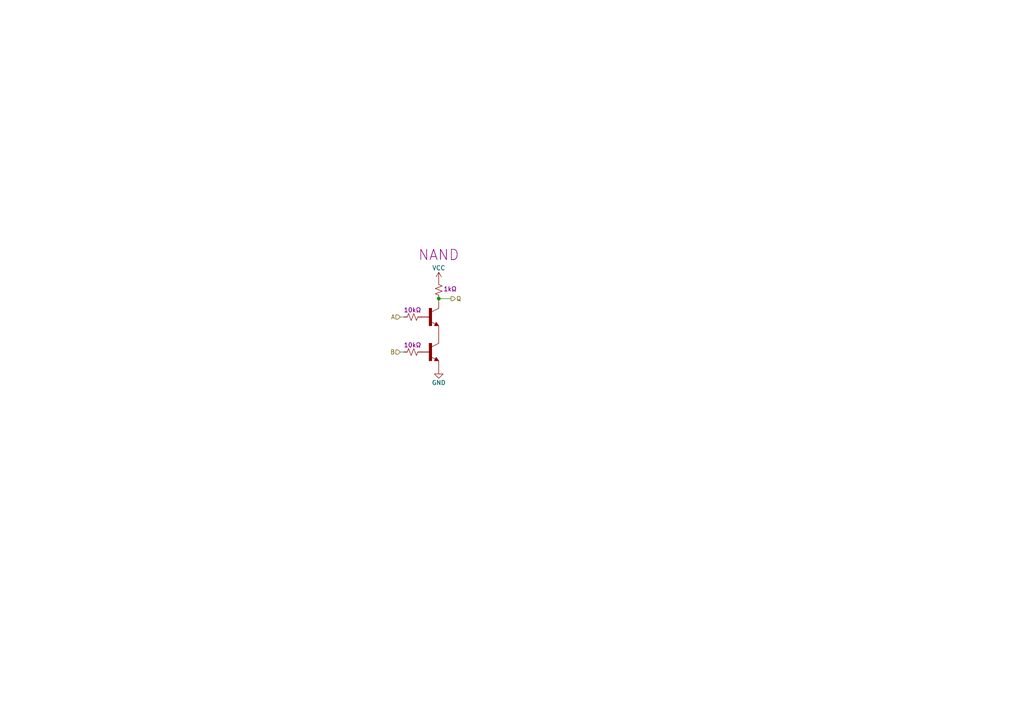
<source format=kicad_sch>
(kicad_sch (version 20211123) (generator eeschema)
  (paper "A4")
  (lib_symbols
    (symbol "Device:R_Small_US" (pin_numbers hide) (pin_names (offset 0.254) hide)
      (property "Reference" "R" (at 0.762 0.508 0))
      (property "Value" "R_Small_US" (at 0.762 -1.016 0))
      (symbol "R_Small_US_1_1"
        (polyline (pts (xy 0 0) (xy 1.016 -0.381) (xy 0 -0.762) (xy -1.016 -1.143) (xy 0 -1.524)))
        (polyline (pts (xy 0 1.524) (xy 1.016 1.143) (xy 0 0.762) (xy -1.016 0.381) (xy 0 0)))
        (pin passive line (at 0 2.54 270) (length 1.016) (name "~") (number "1"))
        (pin passive line (at 0 -2.54 90) (length 1.016) (name "~") (number "2"))
      )
    )
    (symbol "Stephen:PMBT2222A" (pin_numbers hide) (pin_names (offset 1.016) hide)
      (property "Reference" "Q" (at -10.16 7.62 0))
      (property "Value" "PMBT2222A" (at -10.16 5.08 0))
      (symbol "PMBT2222A_0_0"
        (rectangle (start -0.254 -2.54) (end 0.508 2.54) (fill (type outline)))
        (polyline (pts (xy 1.27 -2.54) (xy 1.778 -1.524)) (stroke (width 0.1524)))
        (polyline (pts (xy 1.524 -2.413) (xy 2.286 -2.413)) (stroke (width 0.254)))
        (polyline (pts (xy 1.524 -2.286) (xy 1.905 -2.286)) (stroke (width 0.254)))
        (polyline (pts (xy 1.5494 -2.032) (xy 0.3048 -1.4224)) (stroke (width 0.1524)))
        (polyline (pts (xy 1.778 -1.778) (xy 1.524 -2.286)) (stroke (width 0.254)))
        (polyline (pts (xy 1.778 -1.524) (xy 2.54 -2.54)) (stroke (width 0.1524)))
        (polyline (pts (xy 1.905 -2.286) (xy 1.778 -2.032)) (stroke (width 0.254)))
        (polyline (pts (xy 2.286 -2.413) (xy 1.778 -1.778)) (stroke (width 0.254)))
        (polyline (pts (xy 2.54 -2.54) (xy 1.27 -2.54)) (stroke (width 0.1524)))
        (polyline (pts (xy 2.54 2.54) (xy 0.508 1.524)) (stroke (width 0.1524)))
        (pin passive line (at -2.54 0 0) (length 2.54) (name "~") (number "B"))
        (pin passive line (at 2.54 5.08 270) (length 2.54) (name "~") (number "C"))
        (pin passive line (at 2.54 -5.08 90) (length 2.54) (name "~") (number "E"))
      )
    )
    (symbol "power:GND" (power) (pin_names (offset 0))
      (property "Value" "GND" (at 0 -3.81 0))
      (symbol "GND_0_1"
        (polyline (pts (xy 0 0) (xy 0 -1.27) (xy 1.27 -1.27) (xy 0 -2.54) (xy -1.27 -1.27) (xy 0 -1.27)))
      )
      (symbol "GND_1_1"
        (pin power_in line (at 0 0 270) (length 0) hide (name "GND") (number "1"))
      )
    )
    (symbol "power:VCC" (power) (pin_names (offset 0))
      (property "Value" "VCC" (at 0 3.81 0))
      (symbol "VCC_0_1"
        (polyline (pts (xy -0.762 1.27) (xy 0 2.54)))
        (polyline (pts (xy 0 0) (xy 0 2.54)))
        (polyline (pts (xy 0 2.54) (xy 0.762 1.27)))
      )
      (symbol "VCC_1_1"
        (pin power_in line (at 0 0 90) (length 0) hide (name "VCC") (number "1"))
      )
    )
  )
  (junction (at 127.254 86.614))
  (wire (pts (xy 116.078 91.948) (xy 117.094 91.948)))
  (wire (pts (xy 127.254 86.614) (xy 127.254 86.868)))
  (wire (pts (xy 116.078 102.108) (xy 117.094 102.108)))
  (wire (pts (xy 127.254 86.614) (xy 130.81 86.614)))
  (hierarchical_label "B" (shape input) (at 116.078 102.108 180))
  (hierarchical_label "A" (shape input) (at 116.078 91.948 180))
  (hierarchical_label "Q" (shape output) (at 130.81 86.614 0))
  (symbol (lib_id "power:GND") (at 127.254 107.188 0)
    (property "Reference" "#PWR072" (effects hide))
    (property "Value" "GND" (at 127.254 110.998 0))
  )
  (symbol (lib_id "Stephen:PMBT2222A") (at 124.714 102.108 0)
    (property "Reference" "Q20" (effects hide))
    (property "Value" "PMBT2222A" (effects hide))
    (property "Footprint" "Stephenv6:SOT23-BEC" (effects hide))
    (property "Field4" "NAND" (effects hide))
  )
  (symbol (lib_id "Device:R_Small_US") (at 119.634 91.948 90)
    (property "Reference" "R63" (effects hide))
    (property "Value" "R_Small_US" (effects hide))
    (property "Footprint" "Resistor_SMD:R_0805_2012Metric" (effects hide))
    (property "Field4" "10kΩ" (at 119.634 89.916 90))
  )
  (symbol (lib_id "Stephen:PMBT2222A") (at 124.714 91.948 0)
    (property "Reference" "Q19" (effects hide))
    (property "Value" "PMBT2222A" (effects hide))
    (property "Footprint" "Stephenv6:SOT23-BEC" (effects hide))
    (property "Field4" "NAND" (at 127.254 73.914 0) (effects (font (size 3 3))))
  )
  (symbol (lib_id "Device:R_Small_US") (at 119.634 102.108 90)
    (property "Reference" "R64" (effects hide))
    (property "Value" "R_Small_US" (effects hide))
    (property "Footprint" "Resistor_SMD:R_0805_2012Metric" (effects hide))
    (property "Field4" "10kΩ" (at 119.634 100.076 90))
  )
  (symbol (lib_id "power:VCC") (at 127.254 81.534 0)
    (property "Reference" "#PWR071" (effects hide))
    (property "Value" "VCC" (at 127.254 77.724 0))
  )
  (symbol (lib_id "Device:R_Small_US") (at 127.254 84.074 0)
    (property "Reference" "R65" (effects hide))
    (property "Value" "R_Small_US" (effects hide))
    (property "Footprint" "Resistor_SMD:R_0805_2012Metric" (effects hide))
    (property "Field4" "1kΩ" (at 130.556 83.82 0))
  )
)
</source>
